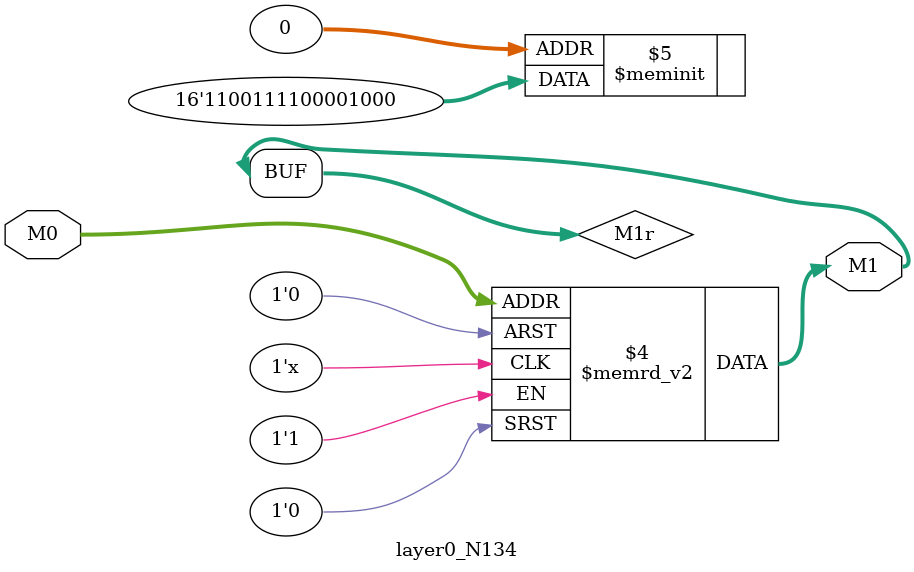
<source format=v>
module layer0_N134 ( input [2:0] M0, output [1:0] M1 );

	(*rom_style = "distributed" *) reg [1:0] M1r;
	assign M1 = M1r;
	always @ (M0) begin
		case (M0)
			3'b000: M1r = 2'b00;
			3'b100: M1r = 2'b11;
			3'b010: M1r = 2'b00;
			3'b110: M1r = 2'b00;
			3'b001: M1r = 2'b10;
			3'b101: M1r = 2'b11;
			3'b011: M1r = 2'b00;
			3'b111: M1r = 2'b11;

		endcase
	end
endmodule

</source>
